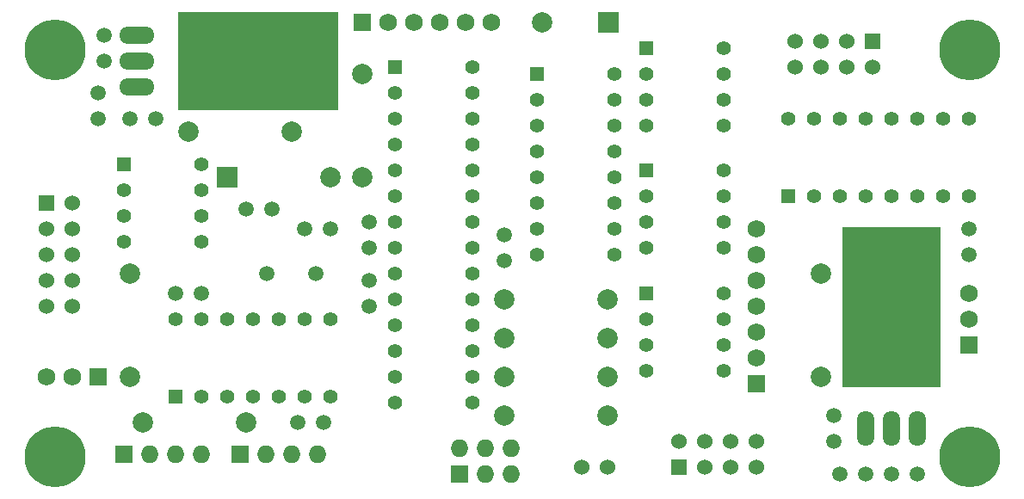
<source format=gts>
%FSLAX36Y36*%
G04 Gerber Fmt 3.6, Leading zero omitted, Abs format (unit inch)*
G04 Created by KiCad (PCBNEW (2014-jul-16 BZR unknown)-product) date Sun 05 Oct 2014 02:03:01 PM PDT*
%MOIN*%
G01*
G04 APERTURE LIST*
%ADD10C,0.003937*%
%ADD11C,0.059100*%
%ADD12C,0.078700*%
%ADD13R,0.078700X0.078700*%
%ADD14C,0.236220*%
%ADD15R,0.068000X0.068000*%
%ADD16C,0.068000*%
%ADD17R,0.060000X0.060000*%
%ADD18C,0.060000*%
%ADD19O,0.068000X0.068000*%
%ADD20O,0.066900X0.137800*%
%ADD21R,0.380000X0.620000*%
%ADD22R,0.055000X0.055000*%
%ADD23C,0.055000*%
%ADD24O,0.137800X0.066900*%
%ADD25R,0.620000X0.380000*%
G04 APERTURE END LIST*
D10*
D11*
X7175000Y-5775000D03*
X7275000Y-5775000D03*
X7150000Y-5650000D03*
X7150000Y-5550000D03*
X7475000Y-5775000D03*
X7375000Y-5775000D03*
X7675000Y-4825000D03*
X7675000Y-4925000D03*
X5350000Y-5025000D03*
X5350000Y-5125000D03*
X4325000Y-4075000D03*
X4325000Y-4175000D03*
X5100000Y-4825000D03*
X5200000Y-4825000D03*
X4425000Y-4400000D03*
X4525000Y-4400000D03*
X4300000Y-4400000D03*
X4300000Y-4300000D03*
X4975000Y-4750000D03*
X4875000Y-4750000D03*
X5350000Y-4800000D03*
X5350000Y-4900000D03*
X5875000Y-4950000D03*
X5875000Y-4850000D03*
X4600000Y-5075000D03*
X4700000Y-5075000D03*
X5075000Y-5575000D03*
X5175000Y-5575000D03*
D12*
X5200000Y-4625000D03*
D13*
X4800000Y-4625000D03*
D14*
X4133858Y-4133858D03*
X7677165Y-4133858D03*
X4133858Y-5708661D03*
X7677165Y-5708661D03*
D15*
X7675000Y-5275000D03*
D16*
X7675000Y-5175000D03*
X7675000Y-5075000D03*
D15*
X4300000Y-5400000D03*
D16*
X4200000Y-5400000D03*
X4100000Y-5400000D03*
D17*
X4100000Y-4725000D03*
D18*
X4200000Y-4725000D03*
X4100000Y-4825000D03*
X4200000Y-4825000D03*
X4100000Y-4925000D03*
X4200000Y-4925000D03*
X4100000Y-5025000D03*
X4200000Y-5025000D03*
X4100000Y-5125000D03*
X4200000Y-5125000D03*
D15*
X5325000Y-4025000D03*
D16*
X5425000Y-4025000D03*
X5525000Y-4025000D03*
X5625000Y-4025000D03*
X5725000Y-4025000D03*
X5825000Y-4025000D03*
D17*
X7300000Y-4100000D03*
D18*
X7300000Y-4200000D03*
X7200000Y-4100000D03*
X7200000Y-4200000D03*
X7100000Y-4100000D03*
X7100000Y-4200000D03*
X7000000Y-4100000D03*
X7000000Y-4200000D03*
D17*
X6550000Y-5750000D03*
D18*
X6550000Y-5650000D03*
X6650000Y-5750000D03*
X6650000Y-5650000D03*
X6750000Y-5750000D03*
X6750000Y-5650000D03*
X6850000Y-5750000D03*
X6850000Y-5650000D03*
D15*
X4850000Y-5700000D03*
D19*
X4950000Y-5700000D03*
X5050000Y-5700000D03*
X5150000Y-5700000D03*
D15*
X4400000Y-5700000D03*
D19*
X4500000Y-5700000D03*
X4600000Y-5700000D03*
X4700000Y-5700000D03*
D12*
X7100000Y-5000000D03*
X7100000Y-5400000D03*
X5050000Y-4450000D03*
X4650000Y-4450000D03*
X6275000Y-5100000D03*
X5875000Y-5100000D03*
X5875000Y-5250000D03*
X6275000Y-5250000D03*
X6275000Y-5400000D03*
X5875000Y-5400000D03*
X4475000Y-5575000D03*
X4875000Y-5575000D03*
X4425000Y-5000000D03*
X4425000Y-5400000D03*
X6275000Y-5550000D03*
X5875000Y-5550000D03*
X5325000Y-4625000D03*
X5325000Y-4225000D03*
D13*
X6278000Y-4025000D03*
D12*
X6022000Y-4025000D03*
D20*
X7375000Y-5600000D03*
X7275000Y-5600000D03*
X7475000Y-5600000D03*
D21*
X7375000Y-5130000D03*
D22*
X6425000Y-4125000D03*
D23*
X6425000Y-4225000D03*
X6425000Y-4325000D03*
X6425000Y-4425000D03*
X6725000Y-4425000D03*
X6725000Y-4325000D03*
X6725000Y-4225000D03*
X6725000Y-4125000D03*
D22*
X6425000Y-4600000D03*
D23*
X6425000Y-4700000D03*
X6425000Y-4800000D03*
X6425000Y-4900000D03*
X6725000Y-4900000D03*
X6725000Y-4800000D03*
X6725000Y-4700000D03*
X6725000Y-4600000D03*
D22*
X6425000Y-5075000D03*
D23*
X6425000Y-5175000D03*
X6425000Y-5275000D03*
X6425000Y-5375000D03*
X6725000Y-5375000D03*
X6725000Y-5275000D03*
X6725000Y-5175000D03*
X6725000Y-5075000D03*
D22*
X6975000Y-4700000D03*
D23*
X7075000Y-4700000D03*
X7175000Y-4700000D03*
X7275000Y-4700000D03*
X7375000Y-4700000D03*
X7475000Y-4700000D03*
X7575000Y-4700000D03*
X7675000Y-4700000D03*
X7675000Y-4400000D03*
X7575000Y-4400000D03*
X7475000Y-4400000D03*
X7375000Y-4400000D03*
X7275000Y-4400000D03*
X7175000Y-4400000D03*
X7075000Y-4400000D03*
X6975000Y-4400000D03*
D24*
X4450000Y-4175000D03*
X4450000Y-4075000D03*
X4450000Y-4275000D03*
D25*
X4920000Y-4175000D03*
D22*
X4600000Y-5475000D03*
D23*
X4700000Y-5475000D03*
X4800000Y-5475000D03*
X4900000Y-5475000D03*
X5000000Y-5475000D03*
X5100000Y-5475000D03*
X5200000Y-5475000D03*
X5200000Y-5175000D03*
X5100000Y-5175000D03*
X5000000Y-5175000D03*
X4900000Y-5175000D03*
X4800000Y-5175000D03*
X4700000Y-5175000D03*
X4600000Y-5175000D03*
D22*
X4400000Y-4575000D03*
D23*
X4400000Y-4675000D03*
X4400000Y-4775000D03*
X4400000Y-4875000D03*
X4700000Y-4875000D03*
X4700000Y-4775000D03*
X4700000Y-4675000D03*
X4700000Y-4575000D03*
X5450000Y-4300000D03*
X5450000Y-4400000D03*
X5450000Y-4500000D03*
X5450000Y-4600000D03*
X5450000Y-4700000D03*
X5450000Y-4800000D03*
X5450000Y-4900000D03*
X5450000Y-5000000D03*
X5450000Y-5100000D03*
X5450000Y-5200000D03*
X5450000Y-5300000D03*
X5450000Y-5400000D03*
X5450000Y-5500000D03*
D22*
X5450000Y-4200000D03*
D23*
X5750000Y-5500000D03*
X5750000Y-5400000D03*
X5750000Y-5300000D03*
X5750000Y-5200000D03*
X5750000Y-5100000D03*
X5750000Y-5000000D03*
X5750000Y-4900000D03*
X5750000Y-4800000D03*
X5750000Y-4700000D03*
X5750000Y-4600000D03*
X5750000Y-4500000D03*
X5750000Y-4400000D03*
X5750000Y-4300000D03*
X5750000Y-4200000D03*
D11*
X5146100Y-5000000D03*
X4953900Y-5000000D03*
D15*
X6850000Y-5425000D03*
D16*
X6850000Y-5325000D03*
X6850000Y-5225000D03*
X6850000Y-5125000D03*
X6850000Y-5025000D03*
X6850000Y-4925000D03*
X6850000Y-4825000D03*
D15*
X5700000Y-5775000D03*
D19*
X5700000Y-5675000D03*
X5800000Y-5775000D03*
X5800000Y-5675000D03*
X5900000Y-5775000D03*
X5900000Y-5675000D03*
D18*
X6175000Y-5750000D03*
X6275000Y-5750000D03*
D22*
X6000000Y-4225000D03*
D23*
X6000000Y-4325000D03*
X6000000Y-4425000D03*
X6000000Y-4525000D03*
X6000000Y-4625000D03*
X6000000Y-4725000D03*
X6000000Y-4825000D03*
X6000000Y-4925000D03*
X6300000Y-4925000D03*
X6300000Y-4825000D03*
X6300000Y-4725000D03*
X6300000Y-4625000D03*
X6300000Y-4525000D03*
X6300000Y-4425000D03*
X6300000Y-4325000D03*
X6300000Y-4225000D03*
M02*

</source>
